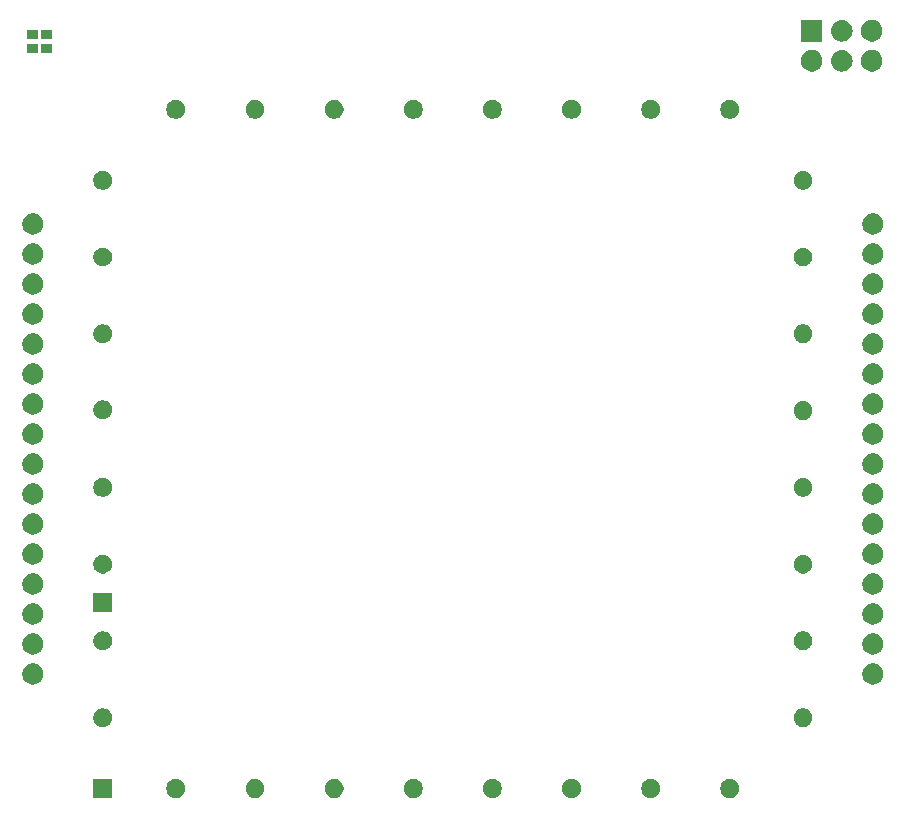
<source format=gts>
G04 #@! TF.GenerationSoftware,KiCad,Pcbnew,(5.1.2-1)-1*
G04 #@! TF.CreationDate,2020-08-22T16:28:59-05:00*
G04 #@! TF.ProjectId,Core64 CB v0.4,436f7265-3634-4204-9342-2076302e342e,0.3*
G04 #@! TF.SameCoordinates,Original*
G04 #@! TF.FileFunction,Soldermask,Top*
G04 #@! TF.FilePolarity,Negative*
%FSLAX46Y46*%
G04 Gerber Fmt 4.6, Leading zero omitted, Abs format (unit mm)*
G04 Created by KiCad (PCBNEW (5.1.2-1)-1) date 2020-08-22 16:28:59*
%MOMM*%
%LPD*%
G04 APERTURE LIST*
%ADD10C,0.100000*%
G04 APERTURE END LIST*
D10*
G36*
X23683642Y-27979781D02*
G01*
X23829414Y-28040162D01*
X23829416Y-28040163D01*
X23960608Y-28127822D01*
X24072178Y-28239392D01*
X24159837Y-28370584D01*
X24159838Y-28370586D01*
X24220219Y-28516358D01*
X24251000Y-28671107D01*
X24251000Y-28828893D01*
X24220219Y-28983642D01*
X24159838Y-29129414D01*
X24159837Y-29129416D01*
X24072178Y-29260608D01*
X23960608Y-29372178D01*
X23829416Y-29459837D01*
X23829415Y-29459838D01*
X23829414Y-29459838D01*
X23683642Y-29520219D01*
X23528893Y-29551000D01*
X23371107Y-29551000D01*
X23216358Y-29520219D01*
X23070586Y-29459838D01*
X23070585Y-29459838D01*
X23070584Y-29459837D01*
X22939392Y-29372178D01*
X22827822Y-29260608D01*
X22740163Y-29129416D01*
X22740162Y-29129414D01*
X22679781Y-28983642D01*
X22649000Y-28828893D01*
X22649000Y-28671107D01*
X22679781Y-28516358D01*
X22740162Y-28370586D01*
X22740163Y-28370584D01*
X22827822Y-28239392D01*
X22939392Y-28127822D01*
X23070584Y-28040163D01*
X23070586Y-28040162D01*
X23216358Y-27979781D01*
X23371107Y-27949000D01*
X23528893Y-27949000D01*
X23683642Y-27979781D01*
X23683642Y-27979781D01*
G37*
G36*
X16983642Y-27979781D02*
G01*
X17129414Y-28040162D01*
X17129416Y-28040163D01*
X17260608Y-28127822D01*
X17372178Y-28239392D01*
X17459837Y-28370584D01*
X17459838Y-28370586D01*
X17520219Y-28516358D01*
X17551000Y-28671107D01*
X17551000Y-28828893D01*
X17520219Y-28983642D01*
X17459838Y-29129414D01*
X17459837Y-29129416D01*
X17372178Y-29260608D01*
X17260608Y-29372178D01*
X17129416Y-29459837D01*
X17129415Y-29459838D01*
X17129414Y-29459838D01*
X16983642Y-29520219D01*
X16828893Y-29551000D01*
X16671107Y-29551000D01*
X16516358Y-29520219D01*
X16370586Y-29459838D01*
X16370585Y-29459838D01*
X16370584Y-29459837D01*
X16239392Y-29372178D01*
X16127822Y-29260608D01*
X16040163Y-29129416D01*
X16040162Y-29129414D01*
X15979781Y-28983642D01*
X15949000Y-28828893D01*
X15949000Y-28671107D01*
X15979781Y-28516358D01*
X16040162Y-28370586D01*
X16040163Y-28370584D01*
X16127822Y-28239392D01*
X16239392Y-28127822D01*
X16370584Y-28040163D01*
X16370586Y-28040162D01*
X16516358Y-27979781D01*
X16671107Y-27949000D01*
X16828893Y-27949000D01*
X16983642Y-27979781D01*
X16983642Y-27979781D01*
G37*
G36*
X10283642Y-27979781D02*
G01*
X10429414Y-28040162D01*
X10429416Y-28040163D01*
X10560608Y-28127822D01*
X10672178Y-28239392D01*
X10759837Y-28370584D01*
X10759838Y-28370586D01*
X10820219Y-28516358D01*
X10851000Y-28671107D01*
X10851000Y-28828893D01*
X10820219Y-28983642D01*
X10759838Y-29129414D01*
X10759837Y-29129416D01*
X10672178Y-29260608D01*
X10560608Y-29372178D01*
X10429416Y-29459837D01*
X10429415Y-29459838D01*
X10429414Y-29459838D01*
X10283642Y-29520219D01*
X10128893Y-29551000D01*
X9971107Y-29551000D01*
X9816358Y-29520219D01*
X9670586Y-29459838D01*
X9670585Y-29459838D01*
X9670584Y-29459837D01*
X9539392Y-29372178D01*
X9427822Y-29260608D01*
X9340163Y-29129416D01*
X9340162Y-29129414D01*
X9279781Y-28983642D01*
X9249000Y-28828893D01*
X9249000Y-28671107D01*
X9279781Y-28516358D01*
X9340162Y-28370586D01*
X9340163Y-28370584D01*
X9427822Y-28239392D01*
X9539392Y-28127822D01*
X9670584Y-28040163D01*
X9670586Y-28040162D01*
X9816358Y-27979781D01*
X9971107Y-27949000D01*
X10128893Y-27949000D01*
X10283642Y-27979781D01*
X10283642Y-27979781D01*
G37*
G36*
X3583642Y-27979781D02*
G01*
X3729414Y-28040162D01*
X3729416Y-28040163D01*
X3860608Y-28127822D01*
X3972178Y-28239392D01*
X4059837Y-28370584D01*
X4059838Y-28370586D01*
X4120219Y-28516358D01*
X4151000Y-28671107D01*
X4151000Y-28828893D01*
X4120219Y-28983642D01*
X4059838Y-29129414D01*
X4059837Y-29129416D01*
X3972178Y-29260608D01*
X3860608Y-29372178D01*
X3729416Y-29459837D01*
X3729415Y-29459838D01*
X3729414Y-29459838D01*
X3583642Y-29520219D01*
X3428893Y-29551000D01*
X3271107Y-29551000D01*
X3116358Y-29520219D01*
X2970586Y-29459838D01*
X2970585Y-29459838D01*
X2970584Y-29459837D01*
X2839392Y-29372178D01*
X2727822Y-29260608D01*
X2640163Y-29129416D01*
X2640162Y-29129414D01*
X2579781Y-28983642D01*
X2549000Y-28828893D01*
X2549000Y-28671107D01*
X2579781Y-28516358D01*
X2640162Y-28370586D01*
X2640163Y-28370584D01*
X2727822Y-28239392D01*
X2839392Y-28127822D01*
X2970584Y-28040163D01*
X2970586Y-28040162D01*
X3116358Y-27979781D01*
X3271107Y-27949000D01*
X3428893Y-27949000D01*
X3583642Y-27979781D01*
X3583642Y-27979781D01*
G37*
G36*
X-3116358Y-27979781D02*
G01*
X-2970586Y-28040162D01*
X-2970584Y-28040163D01*
X-2839392Y-28127822D01*
X-2727822Y-28239392D01*
X-2640163Y-28370584D01*
X-2640162Y-28370586D01*
X-2579781Y-28516358D01*
X-2549000Y-28671107D01*
X-2549000Y-28828893D01*
X-2579781Y-28983642D01*
X-2640162Y-29129414D01*
X-2640163Y-29129416D01*
X-2727822Y-29260608D01*
X-2839392Y-29372178D01*
X-2970584Y-29459837D01*
X-2970585Y-29459838D01*
X-2970586Y-29459838D01*
X-3116358Y-29520219D01*
X-3271107Y-29551000D01*
X-3428893Y-29551000D01*
X-3583642Y-29520219D01*
X-3729414Y-29459838D01*
X-3729415Y-29459838D01*
X-3729416Y-29459837D01*
X-3860608Y-29372178D01*
X-3972178Y-29260608D01*
X-4059837Y-29129416D01*
X-4059838Y-29129414D01*
X-4120219Y-28983642D01*
X-4151000Y-28828893D01*
X-4151000Y-28671107D01*
X-4120219Y-28516358D01*
X-4059838Y-28370586D01*
X-4059837Y-28370584D01*
X-3972178Y-28239392D01*
X-3860608Y-28127822D01*
X-3729416Y-28040163D01*
X-3729414Y-28040162D01*
X-3583642Y-27979781D01*
X-3428893Y-27949000D01*
X-3271107Y-27949000D01*
X-3116358Y-27979781D01*
X-3116358Y-27979781D01*
G37*
G36*
X-9816358Y-27979781D02*
G01*
X-9670586Y-28040162D01*
X-9670584Y-28040163D01*
X-9539392Y-28127822D01*
X-9427822Y-28239392D01*
X-9340163Y-28370584D01*
X-9340162Y-28370586D01*
X-9279781Y-28516358D01*
X-9249000Y-28671107D01*
X-9249000Y-28828893D01*
X-9279781Y-28983642D01*
X-9340162Y-29129414D01*
X-9340163Y-29129416D01*
X-9427822Y-29260608D01*
X-9539392Y-29372178D01*
X-9670584Y-29459837D01*
X-9670585Y-29459838D01*
X-9670586Y-29459838D01*
X-9816358Y-29520219D01*
X-9971107Y-29551000D01*
X-10128893Y-29551000D01*
X-10283642Y-29520219D01*
X-10429414Y-29459838D01*
X-10429415Y-29459838D01*
X-10429416Y-29459837D01*
X-10560608Y-29372178D01*
X-10672178Y-29260608D01*
X-10759837Y-29129416D01*
X-10759838Y-29129414D01*
X-10820219Y-28983642D01*
X-10851000Y-28828893D01*
X-10851000Y-28671107D01*
X-10820219Y-28516358D01*
X-10759838Y-28370586D01*
X-10759837Y-28370584D01*
X-10672178Y-28239392D01*
X-10560608Y-28127822D01*
X-10429416Y-28040163D01*
X-10429414Y-28040162D01*
X-10283642Y-27979781D01*
X-10128893Y-27949000D01*
X-9971107Y-27949000D01*
X-9816358Y-27979781D01*
X-9816358Y-27979781D01*
G37*
G36*
X-16516358Y-27979781D02*
G01*
X-16370586Y-28040162D01*
X-16370584Y-28040163D01*
X-16239392Y-28127822D01*
X-16127822Y-28239392D01*
X-16040163Y-28370584D01*
X-16040162Y-28370586D01*
X-15979781Y-28516358D01*
X-15949000Y-28671107D01*
X-15949000Y-28828893D01*
X-15979781Y-28983642D01*
X-16040162Y-29129414D01*
X-16040163Y-29129416D01*
X-16127822Y-29260608D01*
X-16239392Y-29372178D01*
X-16370584Y-29459837D01*
X-16370585Y-29459838D01*
X-16370586Y-29459838D01*
X-16516358Y-29520219D01*
X-16671107Y-29551000D01*
X-16828893Y-29551000D01*
X-16983642Y-29520219D01*
X-17129414Y-29459838D01*
X-17129415Y-29459838D01*
X-17129416Y-29459837D01*
X-17260608Y-29372178D01*
X-17372178Y-29260608D01*
X-17459837Y-29129416D01*
X-17459838Y-29129414D01*
X-17520219Y-28983642D01*
X-17551000Y-28828893D01*
X-17551000Y-28671107D01*
X-17520219Y-28516358D01*
X-17459838Y-28370586D01*
X-17459837Y-28370584D01*
X-17372178Y-28239392D01*
X-17260608Y-28127822D01*
X-17129416Y-28040163D01*
X-17129414Y-28040162D01*
X-16983642Y-27979781D01*
X-16828893Y-27949000D01*
X-16671107Y-27949000D01*
X-16516358Y-27979781D01*
X-16516358Y-27979781D01*
G37*
G36*
X-23216358Y-27979781D02*
G01*
X-23070586Y-28040162D01*
X-23070584Y-28040163D01*
X-22939392Y-28127822D01*
X-22827822Y-28239392D01*
X-22740163Y-28370584D01*
X-22740162Y-28370586D01*
X-22679781Y-28516358D01*
X-22649000Y-28671107D01*
X-22649000Y-28828893D01*
X-22679781Y-28983642D01*
X-22740162Y-29129414D01*
X-22740163Y-29129416D01*
X-22827822Y-29260608D01*
X-22939392Y-29372178D01*
X-23070584Y-29459837D01*
X-23070585Y-29459838D01*
X-23070586Y-29459838D01*
X-23216358Y-29520219D01*
X-23371107Y-29551000D01*
X-23528893Y-29551000D01*
X-23683642Y-29520219D01*
X-23829414Y-29459838D01*
X-23829415Y-29459838D01*
X-23829416Y-29459837D01*
X-23960608Y-29372178D01*
X-24072178Y-29260608D01*
X-24159837Y-29129416D01*
X-24159838Y-29129414D01*
X-24220219Y-28983642D01*
X-24251000Y-28828893D01*
X-24251000Y-28671107D01*
X-24220219Y-28516358D01*
X-24159838Y-28370586D01*
X-24159837Y-28370584D01*
X-24072178Y-28239392D01*
X-23960608Y-28127822D01*
X-23829416Y-28040163D01*
X-23829414Y-28040162D01*
X-23683642Y-27979781D01*
X-23528893Y-27949000D01*
X-23371107Y-27949000D01*
X-23216358Y-27979781D01*
X-23216358Y-27979781D01*
G37*
G36*
X-28849000Y-29551000D02*
G01*
X-30451000Y-29551000D01*
X-30451000Y-27949000D01*
X-28849000Y-27949000D01*
X-28849000Y-29551000D01*
X-28849000Y-29551000D01*
G37*
G36*
X29883642Y-21979781D02*
G01*
X30029414Y-22040162D01*
X30029416Y-22040163D01*
X30160608Y-22127822D01*
X30272178Y-22239392D01*
X30359837Y-22370584D01*
X30359838Y-22370586D01*
X30420219Y-22516358D01*
X30451000Y-22671107D01*
X30451000Y-22828893D01*
X30420219Y-22983642D01*
X30359838Y-23129414D01*
X30359837Y-23129416D01*
X30272178Y-23260608D01*
X30160608Y-23372178D01*
X30029416Y-23459837D01*
X30029415Y-23459838D01*
X30029414Y-23459838D01*
X29883642Y-23520219D01*
X29728893Y-23551000D01*
X29571107Y-23551000D01*
X29416358Y-23520219D01*
X29270586Y-23459838D01*
X29270585Y-23459838D01*
X29270584Y-23459837D01*
X29139392Y-23372178D01*
X29027822Y-23260608D01*
X28940163Y-23129416D01*
X28940162Y-23129414D01*
X28879781Y-22983642D01*
X28849000Y-22828893D01*
X28849000Y-22671107D01*
X28879781Y-22516358D01*
X28940162Y-22370586D01*
X28940163Y-22370584D01*
X29027822Y-22239392D01*
X29139392Y-22127822D01*
X29270584Y-22040163D01*
X29270586Y-22040162D01*
X29416358Y-21979781D01*
X29571107Y-21949000D01*
X29728893Y-21949000D01*
X29883642Y-21979781D01*
X29883642Y-21979781D01*
G37*
G36*
X-29416358Y-21979781D02*
G01*
X-29270586Y-22040162D01*
X-29270584Y-22040163D01*
X-29139392Y-22127822D01*
X-29027822Y-22239392D01*
X-28940163Y-22370584D01*
X-28940162Y-22370586D01*
X-28879781Y-22516358D01*
X-28849000Y-22671107D01*
X-28849000Y-22828893D01*
X-28879781Y-22983642D01*
X-28940162Y-23129414D01*
X-28940163Y-23129416D01*
X-29027822Y-23260608D01*
X-29139392Y-23372178D01*
X-29270584Y-23459837D01*
X-29270585Y-23459838D01*
X-29270586Y-23459838D01*
X-29416358Y-23520219D01*
X-29571107Y-23551000D01*
X-29728893Y-23551000D01*
X-29883642Y-23520219D01*
X-30029414Y-23459838D01*
X-30029415Y-23459838D01*
X-30029416Y-23459837D01*
X-30160608Y-23372178D01*
X-30272178Y-23260608D01*
X-30359837Y-23129416D01*
X-30359838Y-23129414D01*
X-30420219Y-22983642D01*
X-30451000Y-22828893D01*
X-30451000Y-22671107D01*
X-30420219Y-22516358D01*
X-30359838Y-22370586D01*
X-30359837Y-22370584D01*
X-30272178Y-22239392D01*
X-30160608Y-22127822D01*
X-30029416Y-22040163D01*
X-30029414Y-22040162D01*
X-29883642Y-21979781D01*
X-29728893Y-21949000D01*
X-29571107Y-21949000D01*
X-29416358Y-21979781D01*
X-29416358Y-21979781D01*
G37*
G36*
X35673512Y-18153927D02*
G01*
X35822812Y-18183624D01*
X35986784Y-18251544D01*
X36134354Y-18350147D01*
X36259853Y-18475646D01*
X36358456Y-18623216D01*
X36426376Y-18787188D01*
X36461000Y-18961259D01*
X36461000Y-19138741D01*
X36426376Y-19312812D01*
X36358456Y-19476784D01*
X36259853Y-19624354D01*
X36134354Y-19749853D01*
X35986784Y-19848456D01*
X35822812Y-19916376D01*
X35673512Y-19946073D01*
X35648742Y-19951000D01*
X35471258Y-19951000D01*
X35446488Y-19946073D01*
X35297188Y-19916376D01*
X35133216Y-19848456D01*
X34985646Y-19749853D01*
X34860147Y-19624354D01*
X34761544Y-19476784D01*
X34693624Y-19312812D01*
X34659000Y-19138741D01*
X34659000Y-18961259D01*
X34693624Y-18787188D01*
X34761544Y-18623216D01*
X34860147Y-18475646D01*
X34985646Y-18350147D01*
X35133216Y-18251544D01*
X35297188Y-18183624D01*
X35446488Y-18153927D01*
X35471258Y-18149000D01*
X35648742Y-18149000D01*
X35673512Y-18153927D01*
X35673512Y-18153927D01*
G37*
G36*
X-35446488Y-18153927D02*
G01*
X-35297188Y-18183624D01*
X-35133216Y-18251544D01*
X-34985646Y-18350147D01*
X-34860147Y-18475646D01*
X-34761544Y-18623216D01*
X-34693624Y-18787188D01*
X-34659000Y-18961259D01*
X-34659000Y-19138741D01*
X-34693624Y-19312812D01*
X-34761544Y-19476784D01*
X-34860147Y-19624354D01*
X-34985646Y-19749853D01*
X-35133216Y-19848456D01*
X-35297188Y-19916376D01*
X-35446488Y-19946073D01*
X-35471258Y-19951000D01*
X-35648742Y-19951000D01*
X-35673512Y-19946073D01*
X-35822812Y-19916376D01*
X-35986784Y-19848456D01*
X-36134354Y-19749853D01*
X-36259853Y-19624354D01*
X-36358456Y-19476784D01*
X-36426376Y-19312812D01*
X-36461000Y-19138741D01*
X-36461000Y-18961259D01*
X-36426376Y-18787188D01*
X-36358456Y-18623216D01*
X-36259853Y-18475646D01*
X-36134354Y-18350147D01*
X-35986784Y-18251544D01*
X-35822812Y-18183624D01*
X-35673512Y-18153927D01*
X-35648742Y-18149000D01*
X-35471258Y-18149000D01*
X-35446488Y-18153927D01*
X-35446488Y-18153927D01*
G37*
G36*
X-35446488Y-15613927D02*
G01*
X-35297188Y-15643624D01*
X-35133216Y-15711544D01*
X-34985646Y-15810147D01*
X-34860147Y-15935646D01*
X-34761544Y-16083216D01*
X-34693624Y-16247188D01*
X-34659000Y-16421259D01*
X-34659000Y-16598741D01*
X-34693624Y-16772812D01*
X-34761544Y-16936784D01*
X-34860147Y-17084354D01*
X-34985646Y-17209853D01*
X-35133216Y-17308456D01*
X-35297188Y-17376376D01*
X-35446488Y-17406073D01*
X-35471258Y-17411000D01*
X-35648742Y-17411000D01*
X-35673512Y-17406073D01*
X-35822812Y-17376376D01*
X-35986784Y-17308456D01*
X-36134354Y-17209853D01*
X-36259853Y-17084354D01*
X-36358456Y-16936784D01*
X-36426376Y-16772812D01*
X-36461000Y-16598741D01*
X-36461000Y-16421259D01*
X-36426376Y-16247188D01*
X-36358456Y-16083216D01*
X-36259853Y-15935646D01*
X-36134354Y-15810147D01*
X-35986784Y-15711544D01*
X-35822812Y-15643624D01*
X-35673512Y-15613927D01*
X-35648742Y-15609000D01*
X-35471258Y-15609000D01*
X-35446488Y-15613927D01*
X-35446488Y-15613927D01*
G37*
G36*
X35673512Y-15613927D02*
G01*
X35822812Y-15643624D01*
X35986784Y-15711544D01*
X36134354Y-15810147D01*
X36259853Y-15935646D01*
X36358456Y-16083216D01*
X36426376Y-16247188D01*
X36461000Y-16421259D01*
X36461000Y-16598741D01*
X36426376Y-16772812D01*
X36358456Y-16936784D01*
X36259853Y-17084354D01*
X36134354Y-17209853D01*
X35986784Y-17308456D01*
X35822812Y-17376376D01*
X35673512Y-17406073D01*
X35648742Y-17411000D01*
X35471258Y-17411000D01*
X35446488Y-17406073D01*
X35297188Y-17376376D01*
X35133216Y-17308456D01*
X34985646Y-17209853D01*
X34860147Y-17084354D01*
X34761544Y-16936784D01*
X34693624Y-16772812D01*
X34659000Y-16598741D01*
X34659000Y-16421259D01*
X34693624Y-16247188D01*
X34761544Y-16083216D01*
X34860147Y-15935646D01*
X34985646Y-15810147D01*
X35133216Y-15711544D01*
X35297188Y-15643624D01*
X35446488Y-15613927D01*
X35471258Y-15609000D01*
X35648742Y-15609000D01*
X35673512Y-15613927D01*
X35673512Y-15613927D01*
G37*
G36*
X-29416358Y-15479781D02*
G01*
X-29270586Y-15540162D01*
X-29270584Y-15540163D01*
X-29139392Y-15627822D01*
X-29027822Y-15739392D01*
X-28980545Y-15810148D01*
X-28940162Y-15870586D01*
X-28879781Y-16016358D01*
X-28849000Y-16171107D01*
X-28849000Y-16328893D01*
X-28879781Y-16483642D01*
X-28927457Y-16598741D01*
X-28940163Y-16629416D01*
X-29027822Y-16760608D01*
X-29139392Y-16872178D01*
X-29270584Y-16959837D01*
X-29270585Y-16959838D01*
X-29270586Y-16959838D01*
X-29416358Y-17020219D01*
X-29571107Y-17051000D01*
X-29728893Y-17051000D01*
X-29883642Y-17020219D01*
X-30029414Y-16959838D01*
X-30029415Y-16959838D01*
X-30029416Y-16959837D01*
X-30160608Y-16872178D01*
X-30272178Y-16760608D01*
X-30359837Y-16629416D01*
X-30372543Y-16598741D01*
X-30420219Y-16483642D01*
X-30451000Y-16328893D01*
X-30451000Y-16171107D01*
X-30420219Y-16016358D01*
X-30359838Y-15870586D01*
X-30319455Y-15810148D01*
X-30272178Y-15739392D01*
X-30160608Y-15627822D01*
X-30029416Y-15540163D01*
X-30029414Y-15540162D01*
X-29883642Y-15479781D01*
X-29728893Y-15449000D01*
X-29571107Y-15449000D01*
X-29416358Y-15479781D01*
X-29416358Y-15479781D01*
G37*
G36*
X29883642Y-15479781D02*
G01*
X30029414Y-15540162D01*
X30029416Y-15540163D01*
X30160608Y-15627822D01*
X30272178Y-15739392D01*
X30319455Y-15810148D01*
X30359838Y-15870586D01*
X30420219Y-16016358D01*
X30451000Y-16171107D01*
X30451000Y-16328893D01*
X30420219Y-16483642D01*
X30372543Y-16598741D01*
X30359837Y-16629416D01*
X30272178Y-16760608D01*
X30160608Y-16872178D01*
X30029416Y-16959837D01*
X30029415Y-16959838D01*
X30029414Y-16959838D01*
X29883642Y-17020219D01*
X29728893Y-17051000D01*
X29571107Y-17051000D01*
X29416358Y-17020219D01*
X29270586Y-16959838D01*
X29270585Y-16959838D01*
X29270584Y-16959837D01*
X29139392Y-16872178D01*
X29027822Y-16760608D01*
X28940163Y-16629416D01*
X28927457Y-16598741D01*
X28879781Y-16483642D01*
X28849000Y-16328893D01*
X28849000Y-16171107D01*
X28879781Y-16016358D01*
X28940162Y-15870586D01*
X28980545Y-15810148D01*
X29027822Y-15739392D01*
X29139392Y-15627822D01*
X29270584Y-15540163D01*
X29270586Y-15540162D01*
X29416358Y-15479781D01*
X29571107Y-15449000D01*
X29728893Y-15449000D01*
X29883642Y-15479781D01*
X29883642Y-15479781D01*
G37*
G36*
X-35446488Y-13073927D02*
G01*
X-35297188Y-13103624D01*
X-35133216Y-13171544D01*
X-34985646Y-13270147D01*
X-34860147Y-13395646D01*
X-34761544Y-13543216D01*
X-34693624Y-13707188D01*
X-34659000Y-13881259D01*
X-34659000Y-14058741D01*
X-34693624Y-14232812D01*
X-34761544Y-14396784D01*
X-34860147Y-14544354D01*
X-34985646Y-14669853D01*
X-35133216Y-14768456D01*
X-35297188Y-14836376D01*
X-35446488Y-14866073D01*
X-35471258Y-14871000D01*
X-35648742Y-14871000D01*
X-35673512Y-14866073D01*
X-35822812Y-14836376D01*
X-35986784Y-14768456D01*
X-36134354Y-14669853D01*
X-36259853Y-14544354D01*
X-36358456Y-14396784D01*
X-36426376Y-14232812D01*
X-36461000Y-14058741D01*
X-36461000Y-13881259D01*
X-36426376Y-13707188D01*
X-36358456Y-13543216D01*
X-36259853Y-13395646D01*
X-36134354Y-13270147D01*
X-35986784Y-13171544D01*
X-35822812Y-13103624D01*
X-35673512Y-13073927D01*
X-35648742Y-13069000D01*
X-35471258Y-13069000D01*
X-35446488Y-13073927D01*
X-35446488Y-13073927D01*
G37*
G36*
X35673512Y-13073927D02*
G01*
X35822812Y-13103624D01*
X35986784Y-13171544D01*
X36134354Y-13270147D01*
X36259853Y-13395646D01*
X36358456Y-13543216D01*
X36426376Y-13707188D01*
X36461000Y-13881259D01*
X36461000Y-14058741D01*
X36426376Y-14232812D01*
X36358456Y-14396784D01*
X36259853Y-14544354D01*
X36134354Y-14669853D01*
X35986784Y-14768456D01*
X35822812Y-14836376D01*
X35673512Y-14866073D01*
X35648742Y-14871000D01*
X35471258Y-14871000D01*
X35446488Y-14866073D01*
X35297188Y-14836376D01*
X35133216Y-14768456D01*
X34985646Y-14669853D01*
X34860147Y-14544354D01*
X34761544Y-14396784D01*
X34693624Y-14232812D01*
X34659000Y-14058741D01*
X34659000Y-13881259D01*
X34693624Y-13707188D01*
X34761544Y-13543216D01*
X34860147Y-13395646D01*
X34985646Y-13270147D01*
X35133216Y-13171544D01*
X35297188Y-13103624D01*
X35446488Y-13073927D01*
X35471258Y-13069000D01*
X35648742Y-13069000D01*
X35673512Y-13073927D01*
X35673512Y-13073927D01*
G37*
G36*
X-28849000Y-13801000D02*
G01*
X-30451000Y-13801000D01*
X-30451000Y-12199000D01*
X-28849000Y-12199000D01*
X-28849000Y-13801000D01*
X-28849000Y-13801000D01*
G37*
G36*
X-35446488Y-10533927D02*
G01*
X-35297188Y-10563624D01*
X-35133216Y-10631544D01*
X-34985646Y-10730147D01*
X-34860147Y-10855646D01*
X-34761544Y-11003216D01*
X-34693624Y-11167188D01*
X-34659000Y-11341259D01*
X-34659000Y-11518741D01*
X-34693624Y-11692812D01*
X-34761544Y-11856784D01*
X-34860147Y-12004354D01*
X-34985646Y-12129853D01*
X-35133216Y-12228456D01*
X-35297188Y-12296376D01*
X-35446488Y-12326073D01*
X-35471258Y-12331000D01*
X-35648742Y-12331000D01*
X-35673512Y-12326073D01*
X-35822812Y-12296376D01*
X-35986784Y-12228456D01*
X-36134354Y-12129853D01*
X-36259853Y-12004354D01*
X-36358456Y-11856784D01*
X-36426376Y-11692812D01*
X-36461000Y-11518741D01*
X-36461000Y-11341259D01*
X-36426376Y-11167188D01*
X-36358456Y-11003216D01*
X-36259853Y-10855646D01*
X-36134354Y-10730147D01*
X-35986784Y-10631544D01*
X-35822812Y-10563624D01*
X-35673512Y-10533927D01*
X-35648742Y-10529000D01*
X-35471258Y-10529000D01*
X-35446488Y-10533927D01*
X-35446488Y-10533927D01*
G37*
G36*
X35673512Y-10533927D02*
G01*
X35822812Y-10563624D01*
X35986784Y-10631544D01*
X36134354Y-10730147D01*
X36259853Y-10855646D01*
X36358456Y-11003216D01*
X36426376Y-11167188D01*
X36461000Y-11341259D01*
X36461000Y-11518741D01*
X36426376Y-11692812D01*
X36358456Y-11856784D01*
X36259853Y-12004354D01*
X36134354Y-12129853D01*
X35986784Y-12228456D01*
X35822812Y-12296376D01*
X35673512Y-12326073D01*
X35648742Y-12331000D01*
X35471258Y-12331000D01*
X35446488Y-12326073D01*
X35297188Y-12296376D01*
X35133216Y-12228456D01*
X34985646Y-12129853D01*
X34860147Y-12004354D01*
X34761544Y-11856784D01*
X34693624Y-11692812D01*
X34659000Y-11518741D01*
X34659000Y-11341259D01*
X34693624Y-11167188D01*
X34761544Y-11003216D01*
X34860147Y-10855646D01*
X34985646Y-10730147D01*
X35133216Y-10631544D01*
X35297188Y-10563624D01*
X35446488Y-10533927D01*
X35471258Y-10529000D01*
X35648742Y-10529000D01*
X35673512Y-10533927D01*
X35673512Y-10533927D01*
G37*
G36*
X-29416358Y-8979781D02*
G01*
X-29270586Y-9040162D01*
X-29270584Y-9040163D01*
X-29139392Y-9127822D01*
X-29027822Y-9239392D01*
X-28976111Y-9316784D01*
X-28940162Y-9370586D01*
X-28879781Y-9516358D01*
X-28849000Y-9671107D01*
X-28849000Y-9828893D01*
X-28879781Y-9983642D01*
X-28940162Y-10129414D01*
X-28940163Y-10129416D01*
X-29027822Y-10260608D01*
X-29139392Y-10372178D01*
X-29270584Y-10459837D01*
X-29270585Y-10459838D01*
X-29270586Y-10459838D01*
X-29416358Y-10520219D01*
X-29571107Y-10551000D01*
X-29728893Y-10551000D01*
X-29883642Y-10520219D01*
X-30029414Y-10459838D01*
X-30029415Y-10459838D01*
X-30029416Y-10459837D01*
X-30160608Y-10372178D01*
X-30272178Y-10260608D01*
X-30359837Y-10129416D01*
X-30359838Y-10129414D01*
X-30420219Y-9983642D01*
X-30451000Y-9828893D01*
X-30451000Y-9671107D01*
X-30420219Y-9516358D01*
X-30359838Y-9370586D01*
X-30323889Y-9316784D01*
X-30272178Y-9239392D01*
X-30160608Y-9127822D01*
X-30029416Y-9040163D01*
X-30029414Y-9040162D01*
X-29883642Y-8979781D01*
X-29728893Y-8949000D01*
X-29571107Y-8949000D01*
X-29416358Y-8979781D01*
X-29416358Y-8979781D01*
G37*
G36*
X29883642Y-8979781D02*
G01*
X30029414Y-9040162D01*
X30029416Y-9040163D01*
X30160608Y-9127822D01*
X30272178Y-9239392D01*
X30323889Y-9316784D01*
X30359838Y-9370586D01*
X30420219Y-9516358D01*
X30451000Y-9671107D01*
X30451000Y-9828893D01*
X30420219Y-9983642D01*
X30359838Y-10129414D01*
X30359837Y-10129416D01*
X30272178Y-10260608D01*
X30160608Y-10372178D01*
X30029416Y-10459837D01*
X30029415Y-10459838D01*
X30029414Y-10459838D01*
X29883642Y-10520219D01*
X29728893Y-10551000D01*
X29571107Y-10551000D01*
X29416358Y-10520219D01*
X29270586Y-10459838D01*
X29270585Y-10459838D01*
X29270584Y-10459837D01*
X29139392Y-10372178D01*
X29027822Y-10260608D01*
X28940163Y-10129416D01*
X28940162Y-10129414D01*
X28879781Y-9983642D01*
X28849000Y-9828893D01*
X28849000Y-9671107D01*
X28879781Y-9516358D01*
X28940162Y-9370586D01*
X28976111Y-9316784D01*
X29027822Y-9239392D01*
X29139392Y-9127822D01*
X29270584Y-9040163D01*
X29270586Y-9040162D01*
X29416358Y-8979781D01*
X29571107Y-8949000D01*
X29728893Y-8949000D01*
X29883642Y-8979781D01*
X29883642Y-8979781D01*
G37*
G36*
X35673512Y-7993927D02*
G01*
X35822812Y-8023624D01*
X35986784Y-8091544D01*
X36134354Y-8190147D01*
X36259853Y-8315646D01*
X36358456Y-8463216D01*
X36426376Y-8627188D01*
X36461000Y-8801259D01*
X36461000Y-8978741D01*
X36426376Y-9152812D01*
X36358456Y-9316784D01*
X36259853Y-9464354D01*
X36134354Y-9589853D01*
X35986784Y-9688456D01*
X35822812Y-9756376D01*
X35673512Y-9786073D01*
X35648742Y-9791000D01*
X35471258Y-9791000D01*
X35446488Y-9786073D01*
X35297188Y-9756376D01*
X35133216Y-9688456D01*
X34985646Y-9589853D01*
X34860147Y-9464354D01*
X34761544Y-9316784D01*
X34693624Y-9152812D01*
X34659000Y-8978741D01*
X34659000Y-8801259D01*
X34693624Y-8627188D01*
X34761544Y-8463216D01*
X34860147Y-8315646D01*
X34985646Y-8190147D01*
X35133216Y-8091544D01*
X35297188Y-8023624D01*
X35446488Y-7993927D01*
X35471258Y-7989000D01*
X35648742Y-7989000D01*
X35673512Y-7993927D01*
X35673512Y-7993927D01*
G37*
G36*
X-35446488Y-7993927D02*
G01*
X-35297188Y-8023624D01*
X-35133216Y-8091544D01*
X-34985646Y-8190147D01*
X-34860147Y-8315646D01*
X-34761544Y-8463216D01*
X-34693624Y-8627188D01*
X-34659000Y-8801259D01*
X-34659000Y-8978741D01*
X-34693624Y-9152812D01*
X-34761544Y-9316784D01*
X-34860147Y-9464354D01*
X-34985646Y-9589853D01*
X-35133216Y-9688456D01*
X-35297188Y-9756376D01*
X-35446488Y-9786073D01*
X-35471258Y-9791000D01*
X-35648742Y-9791000D01*
X-35673512Y-9786073D01*
X-35822812Y-9756376D01*
X-35986784Y-9688456D01*
X-36134354Y-9589853D01*
X-36259853Y-9464354D01*
X-36358456Y-9316784D01*
X-36426376Y-9152812D01*
X-36461000Y-8978741D01*
X-36461000Y-8801259D01*
X-36426376Y-8627188D01*
X-36358456Y-8463216D01*
X-36259853Y-8315646D01*
X-36134354Y-8190147D01*
X-35986784Y-8091544D01*
X-35822812Y-8023624D01*
X-35673512Y-7993927D01*
X-35648742Y-7989000D01*
X-35471258Y-7989000D01*
X-35446488Y-7993927D01*
X-35446488Y-7993927D01*
G37*
G36*
X35673512Y-5453927D02*
G01*
X35822812Y-5483624D01*
X35986784Y-5551544D01*
X36134354Y-5650147D01*
X36259853Y-5775646D01*
X36358456Y-5923216D01*
X36426376Y-6087188D01*
X36461000Y-6261259D01*
X36461000Y-6438741D01*
X36426376Y-6612812D01*
X36358456Y-6776784D01*
X36259853Y-6924354D01*
X36134354Y-7049853D01*
X35986784Y-7148456D01*
X35822812Y-7216376D01*
X35673512Y-7246073D01*
X35648742Y-7251000D01*
X35471258Y-7251000D01*
X35446488Y-7246073D01*
X35297188Y-7216376D01*
X35133216Y-7148456D01*
X34985646Y-7049853D01*
X34860147Y-6924354D01*
X34761544Y-6776784D01*
X34693624Y-6612812D01*
X34659000Y-6438741D01*
X34659000Y-6261259D01*
X34693624Y-6087188D01*
X34761544Y-5923216D01*
X34860147Y-5775646D01*
X34985646Y-5650147D01*
X35133216Y-5551544D01*
X35297188Y-5483624D01*
X35446488Y-5453927D01*
X35471258Y-5449000D01*
X35648742Y-5449000D01*
X35673512Y-5453927D01*
X35673512Y-5453927D01*
G37*
G36*
X-35446488Y-5453927D02*
G01*
X-35297188Y-5483624D01*
X-35133216Y-5551544D01*
X-34985646Y-5650147D01*
X-34860147Y-5775646D01*
X-34761544Y-5923216D01*
X-34693624Y-6087188D01*
X-34659000Y-6261259D01*
X-34659000Y-6438741D01*
X-34693624Y-6612812D01*
X-34761544Y-6776784D01*
X-34860147Y-6924354D01*
X-34985646Y-7049853D01*
X-35133216Y-7148456D01*
X-35297188Y-7216376D01*
X-35446488Y-7246073D01*
X-35471258Y-7251000D01*
X-35648742Y-7251000D01*
X-35673512Y-7246073D01*
X-35822812Y-7216376D01*
X-35986784Y-7148456D01*
X-36134354Y-7049853D01*
X-36259853Y-6924354D01*
X-36358456Y-6776784D01*
X-36426376Y-6612812D01*
X-36461000Y-6438741D01*
X-36461000Y-6261259D01*
X-36426376Y-6087188D01*
X-36358456Y-5923216D01*
X-36259853Y-5775646D01*
X-36134354Y-5650147D01*
X-35986784Y-5551544D01*
X-35822812Y-5483624D01*
X-35673512Y-5453927D01*
X-35648742Y-5449000D01*
X-35471258Y-5449000D01*
X-35446488Y-5453927D01*
X-35446488Y-5453927D01*
G37*
G36*
X-35446488Y-2913927D02*
G01*
X-35297188Y-2943624D01*
X-35133216Y-3011544D01*
X-34985646Y-3110147D01*
X-34860147Y-3235646D01*
X-34761544Y-3383216D01*
X-34693624Y-3547188D01*
X-34659000Y-3721259D01*
X-34659000Y-3898741D01*
X-34693624Y-4072812D01*
X-34761544Y-4236784D01*
X-34860147Y-4384354D01*
X-34985646Y-4509853D01*
X-35133216Y-4608456D01*
X-35297188Y-4676376D01*
X-35446488Y-4706073D01*
X-35471258Y-4711000D01*
X-35648742Y-4711000D01*
X-35673512Y-4706073D01*
X-35822812Y-4676376D01*
X-35986784Y-4608456D01*
X-36134354Y-4509853D01*
X-36259853Y-4384354D01*
X-36358456Y-4236784D01*
X-36426376Y-4072812D01*
X-36461000Y-3898741D01*
X-36461000Y-3721259D01*
X-36426376Y-3547188D01*
X-36358456Y-3383216D01*
X-36259853Y-3235646D01*
X-36134354Y-3110147D01*
X-35986784Y-3011544D01*
X-35822812Y-2943624D01*
X-35673512Y-2913927D01*
X-35648742Y-2909000D01*
X-35471258Y-2909000D01*
X-35446488Y-2913927D01*
X-35446488Y-2913927D01*
G37*
G36*
X35673512Y-2913927D02*
G01*
X35822812Y-2943624D01*
X35986784Y-3011544D01*
X36134354Y-3110147D01*
X36259853Y-3235646D01*
X36358456Y-3383216D01*
X36426376Y-3547188D01*
X36461000Y-3721259D01*
X36461000Y-3898741D01*
X36426376Y-4072812D01*
X36358456Y-4236784D01*
X36259853Y-4384354D01*
X36134354Y-4509853D01*
X35986784Y-4608456D01*
X35822812Y-4676376D01*
X35673512Y-4706073D01*
X35648742Y-4711000D01*
X35471258Y-4711000D01*
X35446488Y-4706073D01*
X35297188Y-4676376D01*
X35133216Y-4608456D01*
X34985646Y-4509853D01*
X34860147Y-4384354D01*
X34761544Y-4236784D01*
X34693624Y-4072812D01*
X34659000Y-3898741D01*
X34659000Y-3721259D01*
X34693624Y-3547188D01*
X34761544Y-3383216D01*
X34860147Y-3235646D01*
X34985646Y-3110147D01*
X35133216Y-3011544D01*
X35297188Y-2943624D01*
X35446488Y-2913927D01*
X35471258Y-2909000D01*
X35648742Y-2909000D01*
X35673512Y-2913927D01*
X35673512Y-2913927D01*
G37*
G36*
X-29416358Y-2479781D02*
G01*
X-29270586Y-2540162D01*
X-29270584Y-2540163D01*
X-29139392Y-2627822D01*
X-29027822Y-2739392D01*
X-28940163Y-2870584D01*
X-28940162Y-2870586D01*
X-28879781Y-3016358D01*
X-28849000Y-3171107D01*
X-28849000Y-3328893D01*
X-28879781Y-3483642D01*
X-28940162Y-3629414D01*
X-28940163Y-3629416D01*
X-29027822Y-3760608D01*
X-29139392Y-3872178D01*
X-29270584Y-3959837D01*
X-29270585Y-3959838D01*
X-29270586Y-3959838D01*
X-29416358Y-4020219D01*
X-29571107Y-4051000D01*
X-29728893Y-4051000D01*
X-29883642Y-4020219D01*
X-30029414Y-3959838D01*
X-30029415Y-3959838D01*
X-30029416Y-3959837D01*
X-30160608Y-3872178D01*
X-30272178Y-3760608D01*
X-30359837Y-3629416D01*
X-30359838Y-3629414D01*
X-30420219Y-3483642D01*
X-30451000Y-3328893D01*
X-30451000Y-3171107D01*
X-30420219Y-3016358D01*
X-30359838Y-2870586D01*
X-30359837Y-2870584D01*
X-30272178Y-2739392D01*
X-30160608Y-2627822D01*
X-30029416Y-2540163D01*
X-30029414Y-2540162D01*
X-29883642Y-2479781D01*
X-29728893Y-2449000D01*
X-29571107Y-2449000D01*
X-29416358Y-2479781D01*
X-29416358Y-2479781D01*
G37*
G36*
X29883642Y-2479781D02*
G01*
X30029414Y-2540162D01*
X30029416Y-2540163D01*
X30160608Y-2627822D01*
X30272178Y-2739392D01*
X30359837Y-2870584D01*
X30359838Y-2870586D01*
X30420219Y-3016358D01*
X30451000Y-3171107D01*
X30451000Y-3328893D01*
X30420219Y-3483642D01*
X30359838Y-3629414D01*
X30359837Y-3629416D01*
X30272178Y-3760608D01*
X30160608Y-3872178D01*
X30029416Y-3959837D01*
X30029415Y-3959838D01*
X30029414Y-3959838D01*
X29883642Y-4020219D01*
X29728893Y-4051000D01*
X29571107Y-4051000D01*
X29416358Y-4020219D01*
X29270586Y-3959838D01*
X29270585Y-3959838D01*
X29270584Y-3959837D01*
X29139392Y-3872178D01*
X29027822Y-3760608D01*
X28940163Y-3629416D01*
X28940162Y-3629414D01*
X28879781Y-3483642D01*
X28849000Y-3328893D01*
X28849000Y-3171107D01*
X28879781Y-3016358D01*
X28940162Y-2870586D01*
X28940163Y-2870584D01*
X29027822Y-2739392D01*
X29139392Y-2627822D01*
X29270584Y-2540163D01*
X29270586Y-2540162D01*
X29416358Y-2479781D01*
X29571107Y-2449000D01*
X29728893Y-2449000D01*
X29883642Y-2479781D01*
X29883642Y-2479781D01*
G37*
G36*
X35673512Y-373927D02*
G01*
X35822812Y-403624D01*
X35986784Y-471544D01*
X36134354Y-570147D01*
X36259853Y-695646D01*
X36358456Y-843216D01*
X36426376Y-1007188D01*
X36461000Y-1181259D01*
X36461000Y-1358741D01*
X36426376Y-1532812D01*
X36358456Y-1696784D01*
X36259853Y-1844354D01*
X36134354Y-1969853D01*
X35986784Y-2068456D01*
X35822812Y-2136376D01*
X35673512Y-2166073D01*
X35648742Y-2171000D01*
X35471258Y-2171000D01*
X35446488Y-2166073D01*
X35297188Y-2136376D01*
X35133216Y-2068456D01*
X34985646Y-1969853D01*
X34860147Y-1844354D01*
X34761544Y-1696784D01*
X34693624Y-1532812D01*
X34659000Y-1358741D01*
X34659000Y-1181259D01*
X34693624Y-1007188D01*
X34761544Y-843216D01*
X34860147Y-695646D01*
X34985646Y-570147D01*
X35133216Y-471544D01*
X35297188Y-403624D01*
X35446488Y-373927D01*
X35471258Y-369000D01*
X35648742Y-369000D01*
X35673512Y-373927D01*
X35673512Y-373927D01*
G37*
G36*
X-35446488Y-373927D02*
G01*
X-35297188Y-403624D01*
X-35133216Y-471544D01*
X-34985646Y-570147D01*
X-34860147Y-695646D01*
X-34761544Y-843216D01*
X-34693624Y-1007188D01*
X-34659000Y-1181259D01*
X-34659000Y-1358741D01*
X-34693624Y-1532812D01*
X-34761544Y-1696784D01*
X-34860147Y-1844354D01*
X-34985646Y-1969853D01*
X-35133216Y-2068456D01*
X-35297188Y-2136376D01*
X-35446488Y-2166073D01*
X-35471258Y-2171000D01*
X-35648742Y-2171000D01*
X-35673512Y-2166073D01*
X-35822812Y-2136376D01*
X-35986784Y-2068456D01*
X-36134354Y-1969853D01*
X-36259853Y-1844354D01*
X-36358456Y-1696784D01*
X-36426376Y-1532812D01*
X-36461000Y-1358741D01*
X-36461000Y-1181259D01*
X-36426376Y-1007188D01*
X-36358456Y-843216D01*
X-36259853Y-695646D01*
X-36134354Y-570147D01*
X-35986784Y-471544D01*
X-35822812Y-403624D01*
X-35673512Y-373927D01*
X-35648742Y-369000D01*
X-35471258Y-369000D01*
X-35446488Y-373927D01*
X-35446488Y-373927D01*
G37*
G36*
X35673512Y2166073D02*
G01*
X35822812Y2136376D01*
X35986784Y2068456D01*
X36134354Y1969853D01*
X36259853Y1844354D01*
X36358456Y1696784D01*
X36426376Y1532812D01*
X36461000Y1358741D01*
X36461000Y1181259D01*
X36426376Y1007188D01*
X36358456Y843216D01*
X36259853Y695646D01*
X36134354Y570147D01*
X35986784Y471544D01*
X35822812Y403624D01*
X35673512Y373927D01*
X35648742Y369000D01*
X35471258Y369000D01*
X35446488Y373927D01*
X35297188Y403624D01*
X35133216Y471544D01*
X34985646Y570147D01*
X34860147Y695646D01*
X34761544Y843216D01*
X34693624Y1007188D01*
X34659000Y1181259D01*
X34659000Y1358741D01*
X34693624Y1532812D01*
X34761544Y1696784D01*
X34860147Y1844354D01*
X34985646Y1969853D01*
X35133216Y2068456D01*
X35297188Y2136376D01*
X35446488Y2166073D01*
X35471258Y2171000D01*
X35648742Y2171000D01*
X35673512Y2166073D01*
X35673512Y2166073D01*
G37*
G36*
X-35446488Y2166073D02*
G01*
X-35297188Y2136376D01*
X-35133216Y2068456D01*
X-34985646Y1969853D01*
X-34860147Y1844354D01*
X-34761544Y1696784D01*
X-34693624Y1532812D01*
X-34659000Y1358741D01*
X-34659000Y1181259D01*
X-34693624Y1007188D01*
X-34761544Y843216D01*
X-34860147Y695646D01*
X-34985646Y570147D01*
X-35133216Y471544D01*
X-35297188Y403624D01*
X-35446488Y373927D01*
X-35471258Y369000D01*
X-35648742Y369000D01*
X-35673512Y373927D01*
X-35822812Y403624D01*
X-35986784Y471544D01*
X-36134354Y570147D01*
X-36259853Y695646D01*
X-36358456Y843216D01*
X-36426376Y1007188D01*
X-36461000Y1181259D01*
X-36461000Y1358741D01*
X-36426376Y1532812D01*
X-36358456Y1696784D01*
X-36259853Y1844354D01*
X-36134354Y1969853D01*
X-35986784Y2068456D01*
X-35822812Y2136376D01*
X-35673512Y2166073D01*
X-35648742Y2171000D01*
X-35471258Y2171000D01*
X-35446488Y2166073D01*
X-35446488Y2166073D01*
G37*
G36*
X29883642Y4020219D02*
G01*
X30029414Y3959838D01*
X30029416Y3959837D01*
X30160608Y3872178D01*
X30272178Y3760608D01*
X30309725Y3704414D01*
X30359838Y3629414D01*
X30420219Y3483642D01*
X30451000Y3328893D01*
X30451000Y3171107D01*
X30420219Y3016358D01*
X30359838Y2870586D01*
X30359837Y2870584D01*
X30272178Y2739392D01*
X30160608Y2627822D01*
X30029416Y2540163D01*
X30029415Y2540162D01*
X30029414Y2540162D01*
X29883642Y2479781D01*
X29728893Y2449000D01*
X29571107Y2449000D01*
X29416358Y2479781D01*
X29270586Y2540162D01*
X29270585Y2540162D01*
X29270584Y2540163D01*
X29139392Y2627822D01*
X29027822Y2739392D01*
X28940163Y2870584D01*
X28940162Y2870586D01*
X28879781Y3016358D01*
X28849000Y3171107D01*
X28849000Y3328893D01*
X28879781Y3483642D01*
X28940162Y3629414D01*
X28990275Y3704414D01*
X29027822Y3760608D01*
X29139392Y3872178D01*
X29270584Y3959837D01*
X29270586Y3959838D01*
X29416358Y4020219D01*
X29571107Y4051000D01*
X29728893Y4051000D01*
X29883642Y4020219D01*
X29883642Y4020219D01*
G37*
G36*
X-29416358Y4095219D02*
G01*
X-29270586Y4034838D01*
X-29270584Y4034837D01*
X-29139392Y3947178D01*
X-29027822Y3835608D01*
X-28940163Y3704416D01*
X-28940162Y3704414D01*
X-28879781Y3558642D01*
X-28849000Y3403893D01*
X-28849000Y3246107D01*
X-28879781Y3091358D01*
X-28940162Y2945586D01*
X-28940163Y2945584D01*
X-29027822Y2814392D01*
X-29139392Y2702822D01*
X-29270584Y2615163D01*
X-29270585Y2615162D01*
X-29270586Y2615162D01*
X-29416358Y2554781D01*
X-29571107Y2524000D01*
X-29728893Y2524000D01*
X-29883642Y2554781D01*
X-30029414Y2615162D01*
X-30029415Y2615162D01*
X-30029416Y2615163D01*
X-30160608Y2702822D01*
X-30272178Y2814392D01*
X-30359837Y2945584D01*
X-30359838Y2945586D01*
X-30420219Y3091358D01*
X-30451000Y3246107D01*
X-30451000Y3403893D01*
X-30420219Y3558642D01*
X-30359838Y3704414D01*
X-30359837Y3704416D01*
X-30272178Y3835608D01*
X-30160608Y3947178D01*
X-30029416Y4034837D01*
X-30029414Y4034838D01*
X-29883642Y4095219D01*
X-29728893Y4126000D01*
X-29571107Y4126000D01*
X-29416358Y4095219D01*
X-29416358Y4095219D01*
G37*
G36*
X-35446488Y4706073D02*
G01*
X-35297188Y4676376D01*
X-35133216Y4608456D01*
X-34985646Y4509853D01*
X-34860147Y4384354D01*
X-34761544Y4236784D01*
X-34693624Y4072812D01*
X-34659000Y3898741D01*
X-34659000Y3721259D01*
X-34693624Y3547188D01*
X-34761544Y3383216D01*
X-34860147Y3235646D01*
X-34985646Y3110147D01*
X-35133216Y3011544D01*
X-35297188Y2943624D01*
X-35446488Y2913927D01*
X-35471258Y2909000D01*
X-35648742Y2909000D01*
X-35673512Y2913927D01*
X-35822812Y2943624D01*
X-35986784Y3011544D01*
X-36134354Y3110147D01*
X-36259853Y3235646D01*
X-36358456Y3383216D01*
X-36426376Y3547188D01*
X-36461000Y3721259D01*
X-36461000Y3898741D01*
X-36426376Y4072812D01*
X-36358456Y4236784D01*
X-36259853Y4384354D01*
X-36134354Y4509853D01*
X-35986784Y4608456D01*
X-35822812Y4676376D01*
X-35673512Y4706073D01*
X-35648742Y4711000D01*
X-35471258Y4711000D01*
X-35446488Y4706073D01*
X-35446488Y4706073D01*
G37*
G36*
X35673512Y4706073D02*
G01*
X35822812Y4676376D01*
X35986784Y4608456D01*
X36134354Y4509853D01*
X36259853Y4384354D01*
X36358456Y4236784D01*
X36426376Y4072812D01*
X36461000Y3898741D01*
X36461000Y3721259D01*
X36426376Y3547188D01*
X36358456Y3383216D01*
X36259853Y3235646D01*
X36134354Y3110147D01*
X35986784Y3011544D01*
X35822812Y2943624D01*
X35673512Y2913927D01*
X35648742Y2909000D01*
X35471258Y2909000D01*
X35446488Y2913927D01*
X35297188Y2943624D01*
X35133216Y3011544D01*
X34985646Y3110147D01*
X34860147Y3235646D01*
X34761544Y3383216D01*
X34693624Y3547188D01*
X34659000Y3721259D01*
X34659000Y3898741D01*
X34693624Y4072812D01*
X34761544Y4236784D01*
X34860147Y4384354D01*
X34985646Y4509853D01*
X35133216Y4608456D01*
X35297188Y4676376D01*
X35446488Y4706073D01*
X35471258Y4711000D01*
X35648742Y4711000D01*
X35673512Y4706073D01*
X35673512Y4706073D01*
G37*
G36*
X35673512Y7246073D02*
G01*
X35822812Y7216376D01*
X35986784Y7148456D01*
X36134354Y7049853D01*
X36259853Y6924354D01*
X36358456Y6776784D01*
X36426376Y6612812D01*
X36461000Y6438741D01*
X36461000Y6261259D01*
X36426376Y6087188D01*
X36358456Y5923216D01*
X36259853Y5775646D01*
X36134354Y5650147D01*
X35986784Y5551544D01*
X35822812Y5483624D01*
X35673512Y5453927D01*
X35648742Y5449000D01*
X35471258Y5449000D01*
X35446488Y5453927D01*
X35297188Y5483624D01*
X35133216Y5551544D01*
X34985646Y5650147D01*
X34860147Y5775646D01*
X34761544Y5923216D01*
X34693624Y6087188D01*
X34659000Y6261259D01*
X34659000Y6438741D01*
X34693624Y6612812D01*
X34761544Y6776784D01*
X34860147Y6924354D01*
X34985646Y7049853D01*
X35133216Y7148456D01*
X35297188Y7216376D01*
X35446488Y7246073D01*
X35471258Y7251000D01*
X35648742Y7251000D01*
X35673512Y7246073D01*
X35673512Y7246073D01*
G37*
G36*
X-35446488Y7246073D02*
G01*
X-35297188Y7216376D01*
X-35133216Y7148456D01*
X-34985646Y7049853D01*
X-34860147Y6924354D01*
X-34761544Y6776784D01*
X-34693624Y6612812D01*
X-34659000Y6438741D01*
X-34659000Y6261259D01*
X-34693624Y6087188D01*
X-34761544Y5923216D01*
X-34860147Y5775646D01*
X-34985646Y5650147D01*
X-35133216Y5551544D01*
X-35297188Y5483624D01*
X-35446488Y5453927D01*
X-35471258Y5449000D01*
X-35648742Y5449000D01*
X-35673512Y5453927D01*
X-35822812Y5483624D01*
X-35986784Y5551544D01*
X-36134354Y5650147D01*
X-36259853Y5775646D01*
X-36358456Y5923216D01*
X-36426376Y6087188D01*
X-36461000Y6261259D01*
X-36461000Y6438741D01*
X-36426376Y6612812D01*
X-36358456Y6776784D01*
X-36259853Y6924354D01*
X-36134354Y7049853D01*
X-35986784Y7148456D01*
X-35822812Y7216376D01*
X-35673512Y7246073D01*
X-35648742Y7251000D01*
X-35471258Y7251000D01*
X-35446488Y7246073D01*
X-35446488Y7246073D01*
G37*
G36*
X35673512Y9786073D02*
G01*
X35822812Y9756376D01*
X35986784Y9688456D01*
X36134354Y9589853D01*
X36259853Y9464354D01*
X36358456Y9316784D01*
X36426376Y9152812D01*
X36461000Y8978741D01*
X36461000Y8801259D01*
X36426376Y8627188D01*
X36358456Y8463216D01*
X36259853Y8315646D01*
X36134354Y8190147D01*
X35986784Y8091544D01*
X35822812Y8023624D01*
X35673512Y7993927D01*
X35648742Y7989000D01*
X35471258Y7989000D01*
X35446488Y7993927D01*
X35297188Y8023624D01*
X35133216Y8091544D01*
X34985646Y8190147D01*
X34860147Y8315646D01*
X34761544Y8463216D01*
X34693624Y8627188D01*
X34659000Y8801259D01*
X34659000Y8978741D01*
X34693624Y9152812D01*
X34761544Y9316784D01*
X34860147Y9464354D01*
X34985646Y9589853D01*
X35133216Y9688456D01*
X35297188Y9756376D01*
X35446488Y9786073D01*
X35471258Y9791000D01*
X35648742Y9791000D01*
X35673512Y9786073D01*
X35673512Y9786073D01*
G37*
G36*
X-35446488Y9786073D02*
G01*
X-35297188Y9756376D01*
X-35133216Y9688456D01*
X-34985646Y9589853D01*
X-34860147Y9464354D01*
X-34761544Y9316784D01*
X-34693624Y9152812D01*
X-34659000Y8978741D01*
X-34659000Y8801259D01*
X-34693624Y8627188D01*
X-34761544Y8463216D01*
X-34860147Y8315646D01*
X-34985646Y8190147D01*
X-35133216Y8091544D01*
X-35297188Y8023624D01*
X-35446488Y7993927D01*
X-35471258Y7989000D01*
X-35648742Y7989000D01*
X-35673512Y7993927D01*
X-35822812Y8023624D01*
X-35986784Y8091544D01*
X-36134354Y8190147D01*
X-36259853Y8315646D01*
X-36358456Y8463216D01*
X-36426376Y8627188D01*
X-36461000Y8801259D01*
X-36461000Y8978741D01*
X-36426376Y9152812D01*
X-36358456Y9316784D01*
X-36259853Y9464354D01*
X-36134354Y9589853D01*
X-35986784Y9688456D01*
X-35822812Y9756376D01*
X-35673512Y9786073D01*
X-35648742Y9791000D01*
X-35471258Y9791000D01*
X-35446488Y9786073D01*
X-35446488Y9786073D01*
G37*
G36*
X-29416358Y10520219D02*
G01*
X-29270586Y10459838D01*
X-29270584Y10459837D01*
X-29139392Y10372178D01*
X-29027822Y10260608D01*
X-28940163Y10129416D01*
X-28940162Y10129414D01*
X-28879781Y9983642D01*
X-28849000Y9828893D01*
X-28849000Y9671107D01*
X-28879781Y9516358D01*
X-28940162Y9370586D01*
X-28940163Y9370584D01*
X-29027822Y9239392D01*
X-29139392Y9127822D01*
X-29270584Y9040163D01*
X-29270585Y9040162D01*
X-29270586Y9040162D01*
X-29416358Y8979781D01*
X-29571107Y8949000D01*
X-29728893Y8949000D01*
X-29883642Y8979781D01*
X-30029414Y9040162D01*
X-30029415Y9040162D01*
X-30029416Y9040163D01*
X-30160608Y9127822D01*
X-30272178Y9239392D01*
X-30359837Y9370584D01*
X-30359838Y9370586D01*
X-30420219Y9516358D01*
X-30451000Y9671107D01*
X-30451000Y9828893D01*
X-30420219Y9983642D01*
X-30359838Y10129414D01*
X-30359837Y10129416D01*
X-30272178Y10260608D01*
X-30160608Y10372178D01*
X-30029416Y10459837D01*
X-30029414Y10459838D01*
X-29883642Y10520219D01*
X-29728893Y10551000D01*
X-29571107Y10551000D01*
X-29416358Y10520219D01*
X-29416358Y10520219D01*
G37*
G36*
X29883642Y10520219D02*
G01*
X30029414Y10459838D01*
X30029416Y10459837D01*
X30160608Y10372178D01*
X30272178Y10260608D01*
X30359837Y10129416D01*
X30359838Y10129414D01*
X30420219Y9983642D01*
X30451000Y9828893D01*
X30451000Y9671107D01*
X30420219Y9516358D01*
X30359838Y9370586D01*
X30359837Y9370584D01*
X30272178Y9239392D01*
X30160608Y9127822D01*
X30029416Y9040163D01*
X30029415Y9040162D01*
X30029414Y9040162D01*
X29883642Y8979781D01*
X29728893Y8949000D01*
X29571107Y8949000D01*
X29416358Y8979781D01*
X29270586Y9040162D01*
X29270585Y9040162D01*
X29270584Y9040163D01*
X29139392Y9127822D01*
X29027822Y9239392D01*
X28940163Y9370584D01*
X28940162Y9370586D01*
X28879781Y9516358D01*
X28849000Y9671107D01*
X28849000Y9828893D01*
X28879781Y9983642D01*
X28940162Y10129414D01*
X28940163Y10129416D01*
X29027822Y10260608D01*
X29139392Y10372178D01*
X29270584Y10459837D01*
X29270586Y10459838D01*
X29416358Y10520219D01*
X29571107Y10551000D01*
X29728893Y10551000D01*
X29883642Y10520219D01*
X29883642Y10520219D01*
G37*
G36*
X-35446488Y12326073D02*
G01*
X-35297188Y12296376D01*
X-35133216Y12228456D01*
X-34985646Y12129853D01*
X-34860147Y12004354D01*
X-34761544Y11856784D01*
X-34693624Y11692812D01*
X-34659000Y11518741D01*
X-34659000Y11341259D01*
X-34693624Y11167188D01*
X-34761544Y11003216D01*
X-34860147Y10855646D01*
X-34985646Y10730147D01*
X-35133216Y10631544D01*
X-35297188Y10563624D01*
X-35446488Y10533927D01*
X-35471258Y10529000D01*
X-35648742Y10529000D01*
X-35673512Y10533927D01*
X-35822812Y10563624D01*
X-35986784Y10631544D01*
X-36134354Y10730147D01*
X-36259853Y10855646D01*
X-36358456Y11003216D01*
X-36426376Y11167188D01*
X-36461000Y11341259D01*
X-36461000Y11518741D01*
X-36426376Y11692812D01*
X-36358456Y11856784D01*
X-36259853Y12004354D01*
X-36134354Y12129853D01*
X-35986784Y12228456D01*
X-35822812Y12296376D01*
X-35673512Y12326073D01*
X-35648742Y12331000D01*
X-35471258Y12331000D01*
X-35446488Y12326073D01*
X-35446488Y12326073D01*
G37*
G36*
X35673512Y12326073D02*
G01*
X35822812Y12296376D01*
X35986784Y12228456D01*
X36134354Y12129853D01*
X36259853Y12004354D01*
X36358456Y11856784D01*
X36426376Y11692812D01*
X36461000Y11518741D01*
X36461000Y11341259D01*
X36426376Y11167188D01*
X36358456Y11003216D01*
X36259853Y10855646D01*
X36134354Y10730147D01*
X35986784Y10631544D01*
X35822812Y10563624D01*
X35673512Y10533927D01*
X35648742Y10529000D01*
X35471258Y10529000D01*
X35446488Y10533927D01*
X35297188Y10563624D01*
X35133216Y10631544D01*
X34985646Y10730147D01*
X34860147Y10855646D01*
X34761544Y11003216D01*
X34693624Y11167188D01*
X34659000Y11341259D01*
X34659000Y11518741D01*
X34693624Y11692812D01*
X34761544Y11856784D01*
X34860147Y12004354D01*
X34985646Y12129853D01*
X35133216Y12228456D01*
X35297188Y12296376D01*
X35446488Y12326073D01*
X35471258Y12331000D01*
X35648742Y12331000D01*
X35673512Y12326073D01*
X35673512Y12326073D01*
G37*
G36*
X-35446488Y14866073D02*
G01*
X-35297188Y14836376D01*
X-35133216Y14768456D01*
X-34985646Y14669853D01*
X-34860147Y14544354D01*
X-34761544Y14396784D01*
X-34693624Y14232812D01*
X-34659000Y14058741D01*
X-34659000Y13881259D01*
X-34693624Y13707188D01*
X-34761544Y13543216D01*
X-34860147Y13395646D01*
X-34985646Y13270147D01*
X-35133216Y13171544D01*
X-35297188Y13103624D01*
X-35446488Y13073927D01*
X-35471258Y13069000D01*
X-35648742Y13069000D01*
X-35673512Y13073927D01*
X-35822812Y13103624D01*
X-35986784Y13171544D01*
X-36134354Y13270147D01*
X-36259853Y13395646D01*
X-36358456Y13543216D01*
X-36426376Y13707188D01*
X-36461000Y13881259D01*
X-36461000Y14058741D01*
X-36426376Y14232812D01*
X-36358456Y14396784D01*
X-36259853Y14544354D01*
X-36134354Y14669853D01*
X-35986784Y14768456D01*
X-35822812Y14836376D01*
X-35673512Y14866073D01*
X-35648742Y14871000D01*
X-35471258Y14871000D01*
X-35446488Y14866073D01*
X-35446488Y14866073D01*
G37*
G36*
X35673512Y14866073D02*
G01*
X35822812Y14836376D01*
X35986784Y14768456D01*
X36134354Y14669853D01*
X36259853Y14544354D01*
X36358456Y14396784D01*
X36426376Y14232812D01*
X36461000Y14058741D01*
X36461000Y13881259D01*
X36426376Y13707188D01*
X36358456Y13543216D01*
X36259853Y13395646D01*
X36134354Y13270147D01*
X35986784Y13171544D01*
X35822812Y13103624D01*
X35673512Y13073927D01*
X35648742Y13069000D01*
X35471258Y13069000D01*
X35446488Y13073927D01*
X35297188Y13103624D01*
X35133216Y13171544D01*
X34985646Y13270147D01*
X34860147Y13395646D01*
X34761544Y13543216D01*
X34693624Y13707188D01*
X34659000Y13881259D01*
X34659000Y14058741D01*
X34693624Y14232812D01*
X34761544Y14396784D01*
X34860147Y14544354D01*
X34985646Y14669853D01*
X35133216Y14768456D01*
X35297188Y14836376D01*
X35446488Y14866073D01*
X35471258Y14871000D01*
X35648742Y14871000D01*
X35673512Y14866073D01*
X35673512Y14866073D01*
G37*
G36*
X29883642Y17020219D02*
G01*
X30029414Y16959838D01*
X30029416Y16959837D01*
X30160608Y16872178D01*
X30272178Y16760608D01*
X30359837Y16629416D01*
X30359838Y16629414D01*
X30420219Y16483642D01*
X30451000Y16328893D01*
X30451000Y16171107D01*
X30420219Y16016358D01*
X30359838Y15870586D01*
X30359837Y15870584D01*
X30272178Y15739392D01*
X30160608Y15627822D01*
X30029416Y15540163D01*
X30029415Y15540162D01*
X30029414Y15540162D01*
X29883642Y15479781D01*
X29728893Y15449000D01*
X29571107Y15449000D01*
X29416358Y15479781D01*
X29270586Y15540162D01*
X29270585Y15540162D01*
X29270584Y15540163D01*
X29139392Y15627822D01*
X29027822Y15739392D01*
X28940163Y15870584D01*
X28940162Y15870586D01*
X28879781Y16016358D01*
X28849000Y16171107D01*
X28849000Y16328893D01*
X28879781Y16483642D01*
X28940162Y16629414D01*
X28940163Y16629416D01*
X29027822Y16760608D01*
X29139392Y16872178D01*
X29270584Y16959837D01*
X29270586Y16959838D01*
X29416358Y17020219D01*
X29571107Y17051000D01*
X29728893Y17051000D01*
X29883642Y17020219D01*
X29883642Y17020219D01*
G37*
G36*
X-29416358Y17020219D02*
G01*
X-29270586Y16959838D01*
X-29270584Y16959837D01*
X-29139392Y16872178D01*
X-29027822Y16760608D01*
X-28940163Y16629416D01*
X-28940162Y16629414D01*
X-28879781Y16483642D01*
X-28849000Y16328893D01*
X-28849000Y16171107D01*
X-28879781Y16016358D01*
X-28940162Y15870586D01*
X-28940163Y15870584D01*
X-29027822Y15739392D01*
X-29139392Y15627822D01*
X-29270584Y15540163D01*
X-29270585Y15540162D01*
X-29270586Y15540162D01*
X-29416358Y15479781D01*
X-29571107Y15449000D01*
X-29728893Y15449000D01*
X-29883642Y15479781D01*
X-30029414Y15540162D01*
X-30029415Y15540162D01*
X-30029416Y15540163D01*
X-30160608Y15627822D01*
X-30272178Y15739392D01*
X-30359837Y15870584D01*
X-30359838Y15870586D01*
X-30420219Y16016358D01*
X-30451000Y16171107D01*
X-30451000Y16328893D01*
X-30420219Y16483642D01*
X-30359838Y16629414D01*
X-30359837Y16629416D01*
X-30272178Y16760608D01*
X-30160608Y16872178D01*
X-30029416Y16959837D01*
X-30029414Y16959838D01*
X-29883642Y17020219D01*
X-29728893Y17051000D01*
X-29571107Y17051000D01*
X-29416358Y17020219D01*
X-29416358Y17020219D01*
G37*
G36*
X-35446488Y17406073D02*
G01*
X-35297188Y17376376D01*
X-35133216Y17308456D01*
X-34985646Y17209853D01*
X-34860147Y17084354D01*
X-34761544Y16936784D01*
X-34693624Y16772812D01*
X-34659000Y16598741D01*
X-34659000Y16421259D01*
X-34693624Y16247188D01*
X-34761544Y16083216D01*
X-34860147Y15935646D01*
X-34985646Y15810147D01*
X-35133216Y15711544D01*
X-35297188Y15643624D01*
X-35446488Y15613927D01*
X-35471258Y15609000D01*
X-35648742Y15609000D01*
X-35673512Y15613927D01*
X-35822812Y15643624D01*
X-35986784Y15711544D01*
X-36134354Y15810147D01*
X-36259853Y15935646D01*
X-36358456Y16083216D01*
X-36426376Y16247188D01*
X-36461000Y16421259D01*
X-36461000Y16598741D01*
X-36426376Y16772812D01*
X-36358456Y16936784D01*
X-36259853Y17084354D01*
X-36134354Y17209853D01*
X-35986784Y17308456D01*
X-35822812Y17376376D01*
X-35673512Y17406073D01*
X-35648742Y17411000D01*
X-35471258Y17411000D01*
X-35446488Y17406073D01*
X-35446488Y17406073D01*
G37*
G36*
X35673512Y17406073D02*
G01*
X35822812Y17376376D01*
X35986784Y17308456D01*
X36134354Y17209853D01*
X36259853Y17084354D01*
X36358456Y16936784D01*
X36426376Y16772812D01*
X36461000Y16598741D01*
X36461000Y16421259D01*
X36426376Y16247188D01*
X36358456Y16083216D01*
X36259853Y15935646D01*
X36134354Y15810147D01*
X35986784Y15711544D01*
X35822812Y15643624D01*
X35673512Y15613927D01*
X35648742Y15609000D01*
X35471258Y15609000D01*
X35446488Y15613927D01*
X35297188Y15643624D01*
X35133216Y15711544D01*
X34985646Y15810147D01*
X34860147Y15935646D01*
X34761544Y16083216D01*
X34693624Y16247188D01*
X34659000Y16421259D01*
X34659000Y16598741D01*
X34693624Y16772812D01*
X34761544Y16936784D01*
X34860147Y17084354D01*
X34985646Y17209853D01*
X35133216Y17308456D01*
X35297188Y17376376D01*
X35446488Y17406073D01*
X35471258Y17411000D01*
X35648742Y17411000D01*
X35673512Y17406073D01*
X35673512Y17406073D01*
G37*
G36*
X-35446488Y19946073D02*
G01*
X-35297188Y19916376D01*
X-35133216Y19848456D01*
X-34985646Y19749853D01*
X-34860147Y19624354D01*
X-34761544Y19476784D01*
X-34693624Y19312812D01*
X-34659000Y19138741D01*
X-34659000Y18961259D01*
X-34693624Y18787188D01*
X-34761544Y18623216D01*
X-34860147Y18475646D01*
X-34985646Y18350147D01*
X-35133216Y18251544D01*
X-35297188Y18183624D01*
X-35446488Y18153927D01*
X-35471258Y18149000D01*
X-35648742Y18149000D01*
X-35673512Y18153927D01*
X-35822812Y18183624D01*
X-35986784Y18251544D01*
X-36134354Y18350147D01*
X-36259853Y18475646D01*
X-36358456Y18623216D01*
X-36426376Y18787188D01*
X-36461000Y18961259D01*
X-36461000Y19138741D01*
X-36426376Y19312812D01*
X-36358456Y19476784D01*
X-36259853Y19624354D01*
X-36134354Y19749853D01*
X-35986784Y19848456D01*
X-35822812Y19916376D01*
X-35673512Y19946073D01*
X-35648742Y19951000D01*
X-35471258Y19951000D01*
X-35446488Y19946073D01*
X-35446488Y19946073D01*
G37*
G36*
X35673512Y19946073D02*
G01*
X35822812Y19916376D01*
X35986784Y19848456D01*
X36134354Y19749853D01*
X36259853Y19624354D01*
X36358456Y19476784D01*
X36426376Y19312812D01*
X36461000Y19138741D01*
X36461000Y18961259D01*
X36426376Y18787188D01*
X36358456Y18623216D01*
X36259853Y18475646D01*
X36134354Y18350147D01*
X35986784Y18251544D01*
X35822812Y18183624D01*
X35673512Y18153927D01*
X35648742Y18149000D01*
X35471258Y18149000D01*
X35446488Y18153927D01*
X35297188Y18183624D01*
X35133216Y18251544D01*
X34985646Y18350147D01*
X34860147Y18475646D01*
X34761544Y18623216D01*
X34693624Y18787188D01*
X34659000Y18961259D01*
X34659000Y19138741D01*
X34693624Y19312812D01*
X34761544Y19476784D01*
X34860147Y19624354D01*
X34985646Y19749853D01*
X35133216Y19848456D01*
X35297188Y19916376D01*
X35446488Y19946073D01*
X35471258Y19951000D01*
X35648742Y19951000D01*
X35673512Y19946073D01*
X35673512Y19946073D01*
G37*
G36*
X-29416358Y23520219D02*
G01*
X-29270586Y23459838D01*
X-29270584Y23459837D01*
X-29139392Y23372178D01*
X-29027822Y23260608D01*
X-28940163Y23129416D01*
X-28940162Y23129414D01*
X-28879781Y22983642D01*
X-28849000Y22828893D01*
X-28849000Y22671107D01*
X-28879781Y22516358D01*
X-28940162Y22370586D01*
X-28940163Y22370584D01*
X-29027822Y22239392D01*
X-29139392Y22127822D01*
X-29270584Y22040163D01*
X-29270585Y22040162D01*
X-29270586Y22040162D01*
X-29416358Y21979781D01*
X-29571107Y21949000D01*
X-29728893Y21949000D01*
X-29883642Y21979781D01*
X-30029414Y22040162D01*
X-30029415Y22040162D01*
X-30029416Y22040163D01*
X-30160608Y22127822D01*
X-30272178Y22239392D01*
X-30359837Y22370584D01*
X-30359838Y22370586D01*
X-30420219Y22516358D01*
X-30451000Y22671107D01*
X-30451000Y22828893D01*
X-30420219Y22983642D01*
X-30359838Y23129414D01*
X-30359837Y23129416D01*
X-30272178Y23260608D01*
X-30160608Y23372178D01*
X-30029416Y23459837D01*
X-30029414Y23459838D01*
X-29883642Y23520219D01*
X-29728893Y23551000D01*
X-29571107Y23551000D01*
X-29416358Y23520219D01*
X-29416358Y23520219D01*
G37*
G36*
X29883642Y23520219D02*
G01*
X30029414Y23459838D01*
X30029416Y23459837D01*
X30160608Y23372178D01*
X30272178Y23260608D01*
X30359837Y23129416D01*
X30359838Y23129414D01*
X30420219Y22983642D01*
X30451000Y22828893D01*
X30451000Y22671107D01*
X30420219Y22516358D01*
X30359838Y22370586D01*
X30359837Y22370584D01*
X30272178Y22239392D01*
X30160608Y22127822D01*
X30029416Y22040163D01*
X30029415Y22040162D01*
X30029414Y22040162D01*
X29883642Y21979781D01*
X29728893Y21949000D01*
X29571107Y21949000D01*
X29416358Y21979781D01*
X29270586Y22040162D01*
X29270585Y22040162D01*
X29270584Y22040163D01*
X29139392Y22127822D01*
X29027822Y22239392D01*
X28940163Y22370584D01*
X28940162Y22370586D01*
X28879781Y22516358D01*
X28849000Y22671107D01*
X28849000Y22828893D01*
X28879781Y22983642D01*
X28940162Y23129414D01*
X28940163Y23129416D01*
X29027822Y23260608D01*
X29139392Y23372178D01*
X29270584Y23459837D01*
X29270586Y23459838D01*
X29416358Y23520219D01*
X29571107Y23551000D01*
X29728893Y23551000D01*
X29883642Y23520219D01*
X29883642Y23520219D01*
G37*
G36*
X-23216358Y29520219D02*
G01*
X-23070586Y29459838D01*
X-23070584Y29459837D01*
X-22939392Y29372178D01*
X-22827822Y29260608D01*
X-22740163Y29129416D01*
X-22740162Y29129414D01*
X-22679781Y28983642D01*
X-22649000Y28828893D01*
X-22649000Y28671107D01*
X-22679781Y28516358D01*
X-22740162Y28370586D01*
X-22740163Y28370584D01*
X-22827822Y28239392D01*
X-22939392Y28127822D01*
X-23070584Y28040163D01*
X-23070585Y28040162D01*
X-23070586Y28040162D01*
X-23216358Y27979781D01*
X-23371107Y27949000D01*
X-23528893Y27949000D01*
X-23683642Y27979781D01*
X-23829414Y28040162D01*
X-23829415Y28040162D01*
X-23829416Y28040163D01*
X-23960608Y28127822D01*
X-24072178Y28239392D01*
X-24159837Y28370584D01*
X-24159838Y28370586D01*
X-24220219Y28516358D01*
X-24251000Y28671107D01*
X-24251000Y28828893D01*
X-24220219Y28983642D01*
X-24159838Y29129414D01*
X-24159837Y29129416D01*
X-24072178Y29260608D01*
X-23960608Y29372178D01*
X-23829416Y29459837D01*
X-23829414Y29459838D01*
X-23683642Y29520219D01*
X-23528893Y29551000D01*
X-23371107Y29551000D01*
X-23216358Y29520219D01*
X-23216358Y29520219D01*
G37*
G36*
X-16516358Y29520219D02*
G01*
X-16370586Y29459838D01*
X-16370584Y29459837D01*
X-16239392Y29372178D01*
X-16127822Y29260608D01*
X-16040163Y29129416D01*
X-16040162Y29129414D01*
X-15979781Y28983642D01*
X-15949000Y28828893D01*
X-15949000Y28671107D01*
X-15979781Y28516358D01*
X-16040162Y28370586D01*
X-16040163Y28370584D01*
X-16127822Y28239392D01*
X-16239392Y28127822D01*
X-16370584Y28040163D01*
X-16370585Y28040162D01*
X-16370586Y28040162D01*
X-16516358Y27979781D01*
X-16671107Y27949000D01*
X-16828893Y27949000D01*
X-16983642Y27979781D01*
X-17129414Y28040162D01*
X-17129415Y28040162D01*
X-17129416Y28040163D01*
X-17260608Y28127822D01*
X-17372178Y28239392D01*
X-17459837Y28370584D01*
X-17459838Y28370586D01*
X-17520219Y28516358D01*
X-17551000Y28671107D01*
X-17551000Y28828893D01*
X-17520219Y28983642D01*
X-17459838Y29129414D01*
X-17459837Y29129416D01*
X-17372178Y29260608D01*
X-17260608Y29372178D01*
X-17129416Y29459837D01*
X-17129414Y29459838D01*
X-16983642Y29520219D01*
X-16828893Y29551000D01*
X-16671107Y29551000D01*
X-16516358Y29520219D01*
X-16516358Y29520219D01*
G37*
G36*
X-9816358Y29520219D02*
G01*
X-9670586Y29459838D01*
X-9670584Y29459837D01*
X-9539392Y29372178D01*
X-9427822Y29260608D01*
X-9340163Y29129416D01*
X-9340162Y29129414D01*
X-9279781Y28983642D01*
X-9249000Y28828893D01*
X-9249000Y28671107D01*
X-9279781Y28516358D01*
X-9340162Y28370586D01*
X-9340163Y28370584D01*
X-9427822Y28239392D01*
X-9539392Y28127822D01*
X-9670584Y28040163D01*
X-9670585Y28040162D01*
X-9670586Y28040162D01*
X-9816358Y27979781D01*
X-9971107Y27949000D01*
X-10128893Y27949000D01*
X-10283642Y27979781D01*
X-10429414Y28040162D01*
X-10429415Y28040162D01*
X-10429416Y28040163D01*
X-10560608Y28127822D01*
X-10672178Y28239392D01*
X-10759837Y28370584D01*
X-10759838Y28370586D01*
X-10820219Y28516358D01*
X-10851000Y28671107D01*
X-10851000Y28828893D01*
X-10820219Y28983642D01*
X-10759838Y29129414D01*
X-10759837Y29129416D01*
X-10672178Y29260608D01*
X-10560608Y29372178D01*
X-10429416Y29459837D01*
X-10429414Y29459838D01*
X-10283642Y29520219D01*
X-10128893Y29551000D01*
X-9971107Y29551000D01*
X-9816358Y29520219D01*
X-9816358Y29520219D01*
G37*
G36*
X-3116358Y29520219D02*
G01*
X-2970586Y29459838D01*
X-2970584Y29459837D01*
X-2839392Y29372178D01*
X-2727822Y29260608D01*
X-2640163Y29129416D01*
X-2640162Y29129414D01*
X-2579781Y28983642D01*
X-2549000Y28828893D01*
X-2549000Y28671107D01*
X-2579781Y28516358D01*
X-2640162Y28370586D01*
X-2640163Y28370584D01*
X-2727822Y28239392D01*
X-2839392Y28127822D01*
X-2970584Y28040163D01*
X-2970585Y28040162D01*
X-2970586Y28040162D01*
X-3116358Y27979781D01*
X-3271107Y27949000D01*
X-3428893Y27949000D01*
X-3583642Y27979781D01*
X-3729414Y28040162D01*
X-3729415Y28040162D01*
X-3729416Y28040163D01*
X-3860608Y28127822D01*
X-3972178Y28239392D01*
X-4059837Y28370584D01*
X-4059838Y28370586D01*
X-4120219Y28516358D01*
X-4151000Y28671107D01*
X-4151000Y28828893D01*
X-4120219Y28983642D01*
X-4059838Y29129414D01*
X-4059837Y29129416D01*
X-3972178Y29260608D01*
X-3860608Y29372178D01*
X-3729416Y29459837D01*
X-3729414Y29459838D01*
X-3583642Y29520219D01*
X-3428893Y29551000D01*
X-3271107Y29551000D01*
X-3116358Y29520219D01*
X-3116358Y29520219D01*
G37*
G36*
X3583642Y29520219D02*
G01*
X3729414Y29459838D01*
X3729416Y29459837D01*
X3860608Y29372178D01*
X3972178Y29260608D01*
X4059837Y29129416D01*
X4059838Y29129414D01*
X4120219Y28983642D01*
X4151000Y28828893D01*
X4151000Y28671107D01*
X4120219Y28516358D01*
X4059838Y28370586D01*
X4059837Y28370584D01*
X3972178Y28239392D01*
X3860608Y28127822D01*
X3729416Y28040163D01*
X3729415Y28040162D01*
X3729414Y28040162D01*
X3583642Y27979781D01*
X3428893Y27949000D01*
X3271107Y27949000D01*
X3116358Y27979781D01*
X2970586Y28040162D01*
X2970585Y28040162D01*
X2970584Y28040163D01*
X2839392Y28127822D01*
X2727822Y28239392D01*
X2640163Y28370584D01*
X2640162Y28370586D01*
X2579781Y28516358D01*
X2549000Y28671107D01*
X2549000Y28828893D01*
X2579781Y28983642D01*
X2640162Y29129414D01*
X2640163Y29129416D01*
X2727822Y29260608D01*
X2839392Y29372178D01*
X2970584Y29459837D01*
X2970586Y29459838D01*
X3116358Y29520219D01*
X3271107Y29551000D01*
X3428893Y29551000D01*
X3583642Y29520219D01*
X3583642Y29520219D01*
G37*
G36*
X10283642Y29520219D02*
G01*
X10429414Y29459838D01*
X10429416Y29459837D01*
X10560608Y29372178D01*
X10672178Y29260608D01*
X10759837Y29129416D01*
X10759838Y29129414D01*
X10820219Y28983642D01*
X10851000Y28828893D01*
X10851000Y28671107D01*
X10820219Y28516358D01*
X10759838Y28370586D01*
X10759837Y28370584D01*
X10672178Y28239392D01*
X10560608Y28127822D01*
X10429416Y28040163D01*
X10429415Y28040162D01*
X10429414Y28040162D01*
X10283642Y27979781D01*
X10128893Y27949000D01*
X9971107Y27949000D01*
X9816358Y27979781D01*
X9670586Y28040162D01*
X9670585Y28040162D01*
X9670584Y28040163D01*
X9539392Y28127822D01*
X9427822Y28239392D01*
X9340163Y28370584D01*
X9340162Y28370586D01*
X9279781Y28516358D01*
X9249000Y28671107D01*
X9249000Y28828893D01*
X9279781Y28983642D01*
X9340162Y29129414D01*
X9340163Y29129416D01*
X9427822Y29260608D01*
X9539392Y29372178D01*
X9670584Y29459837D01*
X9670586Y29459838D01*
X9816358Y29520219D01*
X9971107Y29551000D01*
X10128893Y29551000D01*
X10283642Y29520219D01*
X10283642Y29520219D01*
G37*
G36*
X16983642Y29520219D02*
G01*
X17129414Y29459838D01*
X17129416Y29459837D01*
X17260608Y29372178D01*
X17372178Y29260608D01*
X17459837Y29129416D01*
X17459838Y29129414D01*
X17520219Y28983642D01*
X17551000Y28828893D01*
X17551000Y28671107D01*
X17520219Y28516358D01*
X17459838Y28370586D01*
X17459837Y28370584D01*
X17372178Y28239392D01*
X17260608Y28127822D01*
X17129416Y28040163D01*
X17129415Y28040162D01*
X17129414Y28040162D01*
X16983642Y27979781D01*
X16828893Y27949000D01*
X16671107Y27949000D01*
X16516358Y27979781D01*
X16370586Y28040162D01*
X16370585Y28040162D01*
X16370584Y28040163D01*
X16239392Y28127822D01*
X16127822Y28239392D01*
X16040163Y28370584D01*
X16040162Y28370586D01*
X15979781Y28516358D01*
X15949000Y28671107D01*
X15949000Y28828893D01*
X15979781Y28983642D01*
X16040162Y29129414D01*
X16040163Y29129416D01*
X16127822Y29260608D01*
X16239392Y29372178D01*
X16370584Y29459837D01*
X16370586Y29459838D01*
X16516358Y29520219D01*
X16671107Y29551000D01*
X16828893Y29551000D01*
X16983642Y29520219D01*
X16983642Y29520219D01*
G37*
G36*
X23683642Y29520219D02*
G01*
X23829414Y29459838D01*
X23829416Y29459837D01*
X23960608Y29372178D01*
X24072178Y29260608D01*
X24159837Y29129416D01*
X24159838Y29129414D01*
X24220219Y28983642D01*
X24251000Y28828893D01*
X24251000Y28671107D01*
X24220219Y28516358D01*
X24159838Y28370586D01*
X24159837Y28370584D01*
X24072178Y28239392D01*
X23960608Y28127822D01*
X23829416Y28040163D01*
X23829415Y28040162D01*
X23829414Y28040162D01*
X23683642Y27979781D01*
X23528893Y27949000D01*
X23371107Y27949000D01*
X23216358Y27979781D01*
X23070586Y28040162D01*
X23070585Y28040162D01*
X23070584Y28040163D01*
X22939392Y28127822D01*
X22827822Y28239392D01*
X22740163Y28370584D01*
X22740162Y28370586D01*
X22679781Y28516358D01*
X22649000Y28671107D01*
X22649000Y28828893D01*
X22679781Y28983642D01*
X22740162Y29129414D01*
X22740163Y29129416D01*
X22827822Y29260608D01*
X22939392Y29372178D01*
X23070584Y29459837D01*
X23070586Y29459838D01*
X23216358Y29520219D01*
X23371107Y29551000D01*
X23528893Y29551000D01*
X23683642Y29520219D01*
X23683642Y29520219D01*
G37*
G36*
X30651778Y33739453D02*
G01*
X30818224Y33670509D01*
X30968022Y33570417D01*
X31095417Y33443022D01*
X31195509Y33293224D01*
X31264453Y33126778D01*
X31299600Y32950082D01*
X31299600Y32769918D01*
X31264453Y32593222D01*
X31195509Y32426776D01*
X31095417Y32276978D01*
X30968022Y32149583D01*
X30818224Y32049491D01*
X30651778Y31980547D01*
X30475082Y31945400D01*
X30294918Y31945400D01*
X30118222Y31980547D01*
X29951776Y32049491D01*
X29801978Y32149583D01*
X29674583Y32276978D01*
X29574491Y32426776D01*
X29505547Y32593222D01*
X29470400Y32769918D01*
X29470400Y32950082D01*
X29505547Y33126778D01*
X29574491Y33293224D01*
X29674583Y33443022D01*
X29801978Y33570417D01*
X29951776Y33670509D01*
X30118222Y33739453D01*
X30294918Y33774600D01*
X30475082Y33774600D01*
X30651778Y33739453D01*
X30651778Y33739453D01*
G37*
G36*
X35731778Y33739453D02*
G01*
X35898224Y33670509D01*
X36048022Y33570417D01*
X36175417Y33443022D01*
X36275509Y33293224D01*
X36344453Y33126778D01*
X36379600Y32950082D01*
X36379600Y32769918D01*
X36344453Y32593222D01*
X36275509Y32426776D01*
X36175417Y32276978D01*
X36048022Y32149583D01*
X35898224Y32049491D01*
X35731778Y31980547D01*
X35555082Y31945400D01*
X35374918Y31945400D01*
X35198222Y31980547D01*
X35031776Y32049491D01*
X34881978Y32149583D01*
X34754583Y32276978D01*
X34654491Y32426776D01*
X34585547Y32593222D01*
X34550400Y32769918D01*
X34550400Y32950082D01*
X34585547Y33126778D01*
X34654491Y33293224D01*
X34754583Y33443022D01*
X34881978Y33570417D01*
X35031776Y33670509D01*
X35198222Y33739453D01*
X35374918Y33774600D01*
X35555082Y33774600D01*
X35731778Y33739453D01*
X35731778Y33739453D01*
G37*
G36*
X33104294Y33761367D02*
G01*
X33276695Y33709069D01*
X33435583Y33624142D01*
X33574849Y33509849D01*
X33689142Y33370583D01*
X33774069Y33211695D01*
X33826367Y33039294D01*
X33844025Y32860000D01*
X33826367Y32680706D01*
X33774069Y32508305D01*
X33689142Y32349417D01*
X33574849Y32210151D01*
X33435583Y32095858D01*
X33276695Y32010931D01*
X33104294Y31958633D01*
X32969931Y31945400D01*
X32880069Y31945400D01*
X32745706Y31958633D01*
X32573305Y32010931D01*
X32414417Y32095858D01*
X32275151Y32210151D01*
X32160858Y32349417D01*
X32075931Y32508305D01*
X32023633Y32680706D01*
X32005975Y32860000D01*
X32023633Y33039294D01*
X32075931Y33211695D01*
X32160858Y33370583D01*
X32275151Y33509849D01*
X32414417Y33624142D01*
X32573305Y33709069D01*
X32745706Y33761367D01*
X32880069Y33774600D01*
X32969931Y33774600D01*
X33104294Y33761367D01*
X33104294Y33761367D01*
G37*
G36*
X-35139500Y33518801D02*
G01*
X-36054300Y33518801D01*
X-36054300Y34281201D01*
X-35139500Y34281201D01*
X-35139500Y33518801D01*
X-35139500Y33518801D01*
G37*
G36*
X-33945700Y33518801D02*
G01*
X-34860500Y33518801D01*
X-34860500Y34281201D01*
X-33945700Y34281201D01*
X-33945700Y33518801D01*
X-33945700Y33518801D01*
G37*
G36*
X33104294Y36301367D02*
G01*
X33276695Y36249069D01*
X33435583Y36164142D01*
X33574849Y36049849D01*
X33689142Y35910583D01*
X33774069Y35751695D01*
X33826367Y35579294D01*
X33844025Y35400000D01*
X33826367Y35220706D01*
X33774069Y35048305D01*
X33689142Y34889417D01*
X33574849Y34750151D01*
X33435583Y34635858D01*
X33276695Y34550931D01*
X33104294Y34498633D01*
X32969931Y34485400D01*
X32880069Y34485400D01*
X32745706Y34498633D01*
X32573305Y34550931D01*
X32414417Y34635858D01*
X32275151Y34750151D01*
X32160858Y34889417D01*
X32075931Y35048305D01*
X32023633Y35220706D01*
X32005975Y35400000D01*
X32023633Y35579294D01*
X32075931Y35751695D01*
X32160858Y35910583D01*
X32275151Y36049849D01*
X32414417Y36164142D01*
X32573305Y36249069D01*
X32745706Y36301367D01*
X32880069Y36314600D01*
X32969931Y36314600D01*
X33104294Y36301367D01*
X33104294Y36301367D01*
G37*
G36*
X31299600Y34485400D02*
G01*
X29470400Y34485400D01*
X29470400Y36314600D01*
X31299600Y36314600D01*
X31299600Y34485400D01*
X31299600Y34485400D01*
G37*
G36*
X35731778Y36279453D02*
G01*
X35898224Y36210509D01*
X36048022Y36110417D01*
X36175417Y35983022D01*
X36275509Y35833224D01*
X36344453Y35666778D01*
X36379600Y35490082D01*
X36379600Y35309918D01*
X36344453Y35133222D01*
X36275509Y34966776D01*
X36175417Y34816978D01*
X36048022Y34689583D01*
X35898224Y34589491D01*
X35731778Y34520547D01*
X35555082Y34485400D01*
X35374918Y34485400D01*
X35198222Y34520547D01*
X35031776Y34589491D01*
X34881978Y34689583D01*
X34754583Y34816978D01*
X34654491Y34966776D01*
X34585547Y35133222D01*
X34550400Y35309918D01*
X34550400Y35490082D01*
X34585547Y35666778D01*
X34654491Y35833224D01*
X34754583Y35983022D01*
X34881978Y36110417D01*
X35031776Y36210509D01*
X35198222Y36279453D01*
X35374918Y36314600D01*
X35555082Y36314600D01*
X35731778Y36279453D01*
X35731778Y36279453D01*
G37*
G36*
X-33945700Y34718799D02*
G01*
X-34860500Y34718799D01*
X-34860500Y35481199D01*
X-33945700Y35481199D01*
X-33945700Y34718799D01*
X-33945700Y34718799D01*
G37*
G36*
X-35139500Y34718799D02*
G01*
X-36054300Y34718799D01*
X-36054300Y35481199D01*
X-35139500Y35481199D01*
X-35139500Y34718799D01*
X-35139500Y34718799D01*
G37*
M02*

</source>
